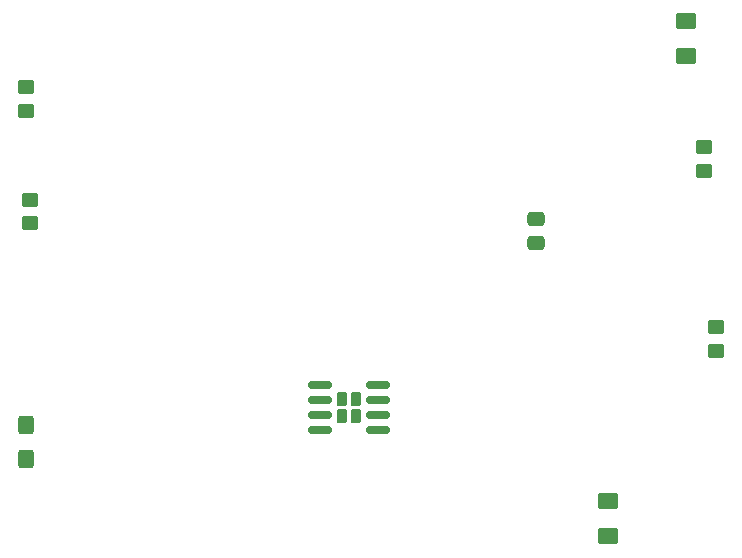
<source format=gbr>
%TF.GenerationSoftware,KiCad,Pcbnew,7.0.8*%
%TF.CreationDate,2023-10-17T13:28:15-07:00*%
%TF.ProjectId,Lab2Main,4c616232-4d61-4696-9e2e-6b696361645f,rev?*%
%TF.SameCoordinates,Original*%
%TF.FileFunction,Paste,Top*%
%TF.FilePolarity,Positive*%
%FSLAX46Y46*%
G04 Gerber Fmt 4.6, Leading zero omitted, Abs format (unit mm)*
G04 Created by KiCad (PCBNEW 7.0.8) date 2023-10-17 13:28:15*
%MOMM*%
%LPD*%
G01*
G04 APERTURE LIST*
G04 Aperture macros list*
%AMRoundRect*
0 Rectangle with rounded corners*
0 $1 Rounding radius*
0 $2 $3 $4 $5 $6 $7 $8 $9 X,Y pos of 4 corners*
0 Add a 4 corners polygon primitive as box body*
4,1,4,$2,$3,$4,$5,$6,$7,$8,$9,$2,$3,0*
0 Add four circle primitives for the rounded corners*
1,1,$1+$1,$2,$3*
1,1,$1+$1,$4,$5*
1,1,$1+$1,$6,$7*
1,1,$1+$1,$8,$9*
0 Add four rect primitives between the rounded corners*
20,1,$1+$1,$2,$3,$4,$5,0*
20,1,$1+$1,$4,$5,$6,$7,0*
20,1,$1+$1,$6,$7,$8,$9,0*
20,1,$1+$1,$8,$9,$2,$3,0*%
G04 Aperture macros list end*
%ADD10RoundRect,0.230000X-0.230000X-0.375000X0.230000X-0.375000X0.230000X0.375000X-0.230000X0.375000X0*%
%ADD11RoundRect,0.150000X-0.825000X-0.150000X0.825000X-0.150000X0.825000X0.150000X-0.825000X0.150000X0*%
%ADD12RoundRect,0.250000X-0.425000X0.537500X-0.425000X-0.537500X0.425000X-0.537500X0.425000X0.537500X0*%
%ADD13RoundRect,0.250000X-0.450000X0.350000X-0.450000X-0.350000X0.450000X-0.350000X0.450000X0.350000X0*%
%ADD14RoundRect,0.250001X0.624999X-0.462499X0.624999X0.462499X-0.624999X0.462499X-0.624999X-0.462499X0*%
%ADD15RoundRect,0.250000X0.475000X-0.337500X0.475000X0.337500X-0.475000X0.337500X-0.475000X-0.337500X0*%
G04 APERTURE END LIST*
D10*
%TO.C,U1*%
X158880000Y-109220000D03*
X158880000Y-110720000D03*
X160020000Y-109220000D03*
X160020000Y-110720000D03*
D11*
X156975000Y-108065000D03*
X156975000Y-109335000D03*
X156975000Y-110605000D03*
X156975000Y-111875000D03*
X161925000Y-111875000D03*
X161925000Y-110605000D03*
X161925000Y-109335000D03*
X161925000Y-108065000D03*
%TD*%
D12*
%TO.C,C1*%
X132080000Y-111425000D03*
X132080000Y-114300000D03*
%TD*%
D13*
%TO.C,R4*%
X190500000Y-103140000D03*
X190500000Y-105140000D03*
%TD*%
%TO.C,R3*%
X189500000Y-87900000D03*
X189500000Y-89900000D03*
%TD*%
D14*
%TO.C,D1*%
X187960000Y-80227500D03*
X187960000Y-77252500D03*
%TD*%
%TO.C,D2*%
X181392500Y-120867500D03*
X181392500Y-117892500D03*
%TD*%
D13*
%TO.C,R2*%
X132455000Y-92355000D03*
X132455000Y-94355000D03*
%TD*%
D15*
%TO.C,C2*%
X175260000Y-96055000D03*
X175260000Y-93980000D03*
%TD*%
D13*
%TO.C,R1*%
X132080000Y-82820000D03*
X132080000Y-84820000D03*
%TD*%
M02*

</source>
